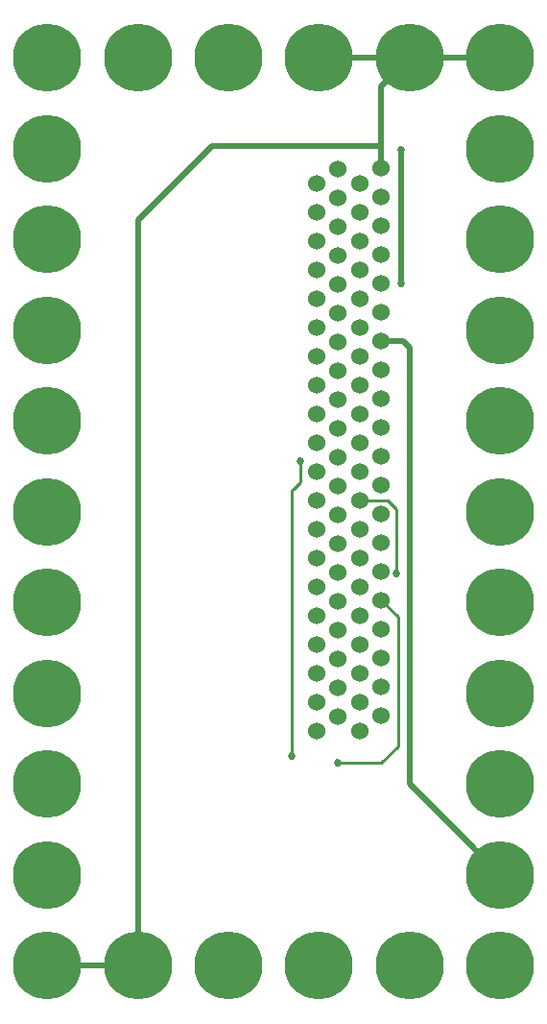
<source format=gbl>
%TF.GenerationSoftware,KiCad,Pcbnew,4.0.7-e2-6376~58~ubuntu16.04.1*%
%TF.CreationDate,2018-02-09T09:37:37-08:00*%
%TF.ProjectId,6x11-Microbit-Breakout,367831312D4D6963726F6269742D4272,1.0*%
%TF.FileFunction,Copper,L2,Bot,Signal*%
%FSLAX46Y46*%
G04 Gerber Fmt 4.6, Leading zero omitted, Abs format (unit mm)*
G04 Created by KiCad (PCBNEW 4.0.7-e2-6376~58~ubuntu16.04.1) date Fri Feb  9 09:37:37 2018*
%MOMM*%
%LPD*%
G01*
G04 APERTURE LIST*
%ADD10C,0.350000*%
%ADD11C,6.000000*%
%ADD12C,1.524000*%
%ADD13C,0.685800*%
%ADD14C,0.254000*%
%ADD15C,0.508000*%
%ADD16C,0.330200*%
%ADD17C,0.350000*%
G04 APERTURE END LIST*
D10*
D11*
X97215200Y-68257200D03*
X97214200Y-60257200D03*
X97214200Y-44257200D03*
X97214200Y-76257200D03*
X97214200Y-36257200D03*
X97214200Y-52257200D03*
X97215200Y-84257200D03*
X97215200Y-92257200D03*
X97214200Y-28257200D03*
X89215200Y-28257200D03*
X73215200Y-28257200D03*
X65215200Y-28257200D03*
X73215200Y-108257200D03*
X65215200Y-108257200D03*
X97214200Y-108257200D03*
X89215200Y-108257200D03*
X57215200Y-108257200D03*
X57215200Y-92257200D03*
X57215200Y-84257200D03*
X57215200Y-76257200D03*
X57215200Y-68257200D03*
X57215200Y-60257200D03*
X57215200Y-52257200D03*
X57215200Y-44257200D03*
X57215200Y-36257200D03*
X57215200Y-28257200D03*
X97215200Y-100257200D03*
X57215200Y-100257200D03*
D12*
X80985200Y-87552200D03*
X80985200Y-85012200D03*
X80985200Y-82472200D03*
X80985200Y-79932200D03*
X80985200Y-77392200D03*
X80985200Y-74852200D03*
X80985200Y-72312200D03*
X80985200Y-69772200D03*
X80985200Y-67232200D03*
X80985200Y-64692200D03*
X80985200Y-62152200D03*
X80985200Y-59612200D03*
X80985200Y-57072200D03*
X80985200Y-54532200D03*
X80985200Y-51992200D03*
X80985200Y-49452200D03*
X80985200Y-46912200D03*
X80985200Y-44372200D03*
X80985200Y-41832200D03*
X80985200Y-39292200D03*
X82885200Y-86282200D03*
X82885200Y-83742200D03*
X82885200Y-81202200D03*
X82885200Y-78662200D03*
X82885200Y-76122200D03*
X82885200Y-73582200D03*
X82885200Y-71042200D03*
X82885200Y-68502200D03*
X82885200Y-65962200D03*
X82885200Y-63422200D03*
X82885200Y-60882200D03*
X82885200Y-58342200D03*
X82885200Y-55802200D03*
X82885200Y-53262200D03*
X82885200Y-50722200D03*
X82885200Y-48182200D03*
X82885200Y-45642200D03*
X82885200Y-43102200D03*
X82885200Y-40562200D03*
X82885200Y-38022200D03*
X84785200Y-87552200D03*
X84785200Y-85012200D03*
X84785200Y-82472200D03*
X84785200Y-79932200D03*
X84785200Y-77392200D03*
X84785200Y-74852200D03*
X84785200Y-72312200D03*
X84785200Y-69772200D03*
X84785200Y-67232200D03*
X84785200Y-64692200D03*
X84785200Y-62152200D03*
X84785200Y-59612200D03*
X84785200Y-57072200D03*
X84785200Y-54532200D03*
X84785200Y-51992200D03*
X84785200Y-49452200D03*
X84785200Y-46912200D03*
X84785200Y-44372200D03*
X84785200Y-41832200D03*
X84785200Y-39292200D03*
X86685200Y-86232200D03*
X86685200Y-83692200D03*
X86685200Y-81152200D03*
X86685200Y-78612200D03*
X86685200Y-76072200D03*
X86685200Y-73532200D03*
X86685200Y-70992200D03*
X86685200Y-68452200D03*
X86685200Y-65912200D03*
X86685200Y-63372200D03*
X86685200Y-60832200D03*
X86685200Y-58292200D03*
X86685200Y-55752200D03*
X86685200Y-53212200D03*
X86685200Y-50672200D03*
X86685200Y-48132200D03*
X86685200Y-45592200D03*
X86685200Y-43052200D03*
X86685200Y-40512200D03*
X86685200Y-37972200D03*
D11*
X81215200Y-28257200D03*
X81215200Y-108257200D03*
D13*
X82854800Y-90347800D03*
X78841600Y-89763600D03*
X79552800Y-63779400D03*
X88416600Y-36399000D03*
X88416600Y-48132200D03*
X88035120Y-73688187D03*
D14*
X88163400Y-88163400D02*
X88163400Y-87833200D01*
X88163400Y-87833200D02*
X88163400Y-77550400D01*
X82854800Y-90347800D02*
X86715600Y-90347800D01*
X86715600Y-90347800D02*
X88163400Y-88900000D01*
X88163400Y-88900000D02*
X88163400Y-87833200D01*
X88163400Y-77550400D02*
X86685200Y-76072200D01*
X79552800Y-65659000D02*
X79197200Y-66014600D01*
X79197200Y-66014600D02*
X78994000Y-66217800D01*
X78841600Y-89763600D02*
X78841600Y-66370200D01*
X78841600Y-66370200D02*
X79197200Y-66014600D01*
X79095600Y-66116200D02*
X78994000Y-66217800D01*
X79552800Y-63779400D02*
X79552800Y-65659000D01*
D15*
X88619800Y-53212200D02*
X89215200Y-53807600D01*
X89215200Y-53807600D02*
X89215200Y-92257200D01*
X89215200Y-92257200D02*
X94215201Y-97257201D01*
X94215201Y-97257201D02*
X97215200Y-100257200D01*
X86685200Y-53212200D02*
X88619800Y-53212200D01*
X88416600Y-48132200D02*
X88416600Y-36399000D01*
X65215200Y-108257200D02*
X60972560Y-108257200D01*
X60972560Y-108257200D02*
X57215200Y-108257200D01*
X86685200Y-36017200D02*
X71780400Y-36017200D01*
X71780400Y-36017200D02*
X65215200Y-42582400D01*
X65215200Y-42582400D02*
X65215200Y-108257200D01*
X86685200Y-36017200D02*
X86685200Y-30787200D01*
X86685200Y-37972200D02*
X86685200Y-36017200D01*
X86685200Y-30787200D02*
X89215200Y-28257200D01*
X81215200Y-28257200D02*
X85457840Y-28257200D01*
X85457840Y-28257200D02*
X89215200Y-28257200D01*
X97214200Y-28257200D02*
X92971560Y-28257200D01*
X92971560Y-28257200D02*
X89215200Y-28257200D01*
D14*
X88035120Y-73688187D02*
X88035120Y-68019920D01*
X88035120Y-68019920D02*
X87247400Y-67232200D01*
X87247400Y-67232200D02*
X85862830Y-67232200D01*
X85862830Y-67232200D02*
X84785200Y-67232200D01*
D16*
X82854800Y-90347800D03*
X78841600Y-89763600D03*
X79552800Y-63779400D03*
X88416600Y-36399000D03*
X88416600Y-48132200D03*
X88035120Y-73688187D03*
D17*
X97215200Y-68257200D03*
X97214200Y-60257200D03*
X97214200Y-44257200D03*
X97214200Y-76257200D03*
X97214200Y-36257200D03*
X97214200Y-52257200D03*
X97215200Y-84257200D03*
X97215200Y-92257200D03*
X97214200Y-28257200D03*
X89215200Y-28257200D03*
X73215200Y-28257200D03*
X65215200Y-28257200D03*
X73215200Y-108257200D03*
X65215200Y-108257200D03*
X97214200Y-108257200D03*
X89215200Y-108257200D03*
X57215200Y-108257200D03*
X57215200Y-92257200D03*
X57215200Y-84257200D03*
X57215200Y-76257200D03*
X57215200Y-68257200D03*
X57215200Y-60257200D03*
X57215200Y-52257200D03*
X57215200Y-44257200D03*
X57215200Y-36257200D03*
X57215200Y-28257200D03*
X97215200Y-100257200D03*
X57215200Y-100257200D03*
X80985200Y-87552200D03*
X80985200Y-85012200D03*
X80985200Y-82472200D03*
X80985200Y-79932200D03*
X80985200Y-77392200D03*
X80985200Y-74852200D03*
X80985200Y-72312200D03*
X80985200Y-69772200D03*
X80985200Y-67232200D03*
X80985200Y-64692200D03*
X80985200Y-62152200D03*
X80985200Y-59612200D03*
X80985200Y-57072200D03*
X80985200Y-54532200D03*
X80985200Y-51992200D03*
X80985200Y-49452200D03*
X80985200Y-46912200D03*
X80985200Y-44372200D03*
X80985200Y-41832200D03*
X80985200Y-39292200D03*
X82885200Y-86282200D03*
X82885200Y-83742200D03*
X82885200Y-81202200D03*
X82885200Y-78662200D03*
X82885200Y-76122200D03*
X82885200Y-73582200D03*
X82885200Y-71042200D03*
X82885200Y-68502200D03*
X82885200Y-65962200D03*
X82885200Y-63422200D03*
X82885200Y-60882200D03*
X82885200Y-58342200D03*
X82885200Y-55802200D03*
X82885200Y-53262200D03*
X82885200Y-50722200D03*
X82885200Y-48182200D03*
X82885200Y-45642200D03*
X82885200Y-43102200D03*
X82885200Y-40562200D03*
X82885200Y-38022200D03*
X84785200Y-87552200D03*
X84785200Y-85012200D03*
X84785200Y-82472200D03*
X84785200Y-79932200D03*
X84785200Y-77392200D03*
X84785200Y-74852200D03*
X84785200Y-72312200D03*
X84785200Y-69772200D03*
X84785200Y-67232200D03*
X84785200Y-64692200D03*
X84785200Y-62152200D03*
X84785200Y-59612200D03*
X84785200Y-57072200D03*
X84785200Y-54532200D03*
X84785200Y-51992200D03*
X84785200Y-49452200D03*
X84785200Y-46912200D03*
X84785200Y-44372200D03*
X84785200Y-41832200D03*
X84785200Y-39292200D03*
X86685200Y-86232200D03*
X86685200Y-83692200D03*
X86685200Y-81152200D03*
X86685200Y-78612200D03*
X86685200Y-76072200D03*
X86685200Y-73532200D03*
X86685200Y-70992200D03*
X86685200Y-68452200D03*
X86685200Y-65912200D03*
X86685200Y-63372200D03*
X86685200Y-60832200D03*
X86685200Y-58292200D03*
X86685200Y-55752200D03*
X86685200Y-53212200D03*
X86685200Y-50672200D03*
X86685200Y-48132200D03*
X86685200Y-45592200D03*
X86685200Y-43052200D03*
X86685200Y-40512200D03*
X86685200Y-37972200D03*
X81215200Y-28257200D03*
X81215200Y-108257200D03*
M02*

</source>
